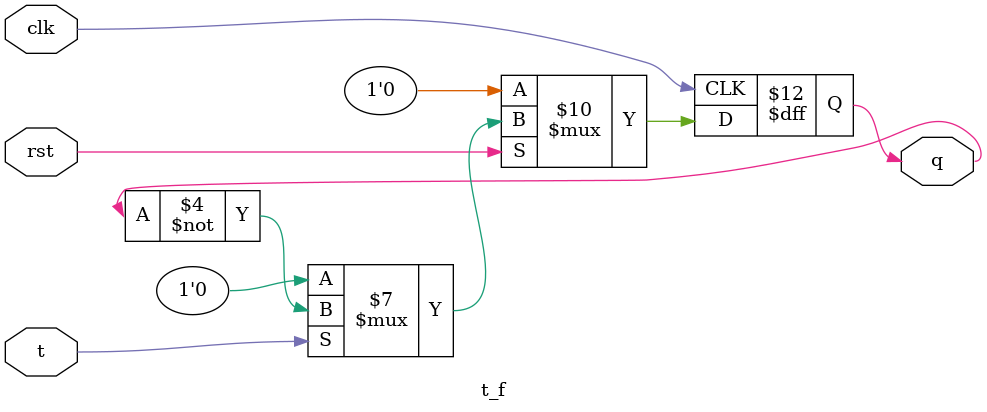
<source format=sv>
module t_f(input clk,rst,t,output reg q);
  initial begin
  q=1'b0;
  end
  always @ (posedge clk) begin
    if (!rst)
      q <= 0;
    else
      if (t==0)
      		q <= 0;
    	else
      		q <= ~q;
  end
endmodule
</source>
